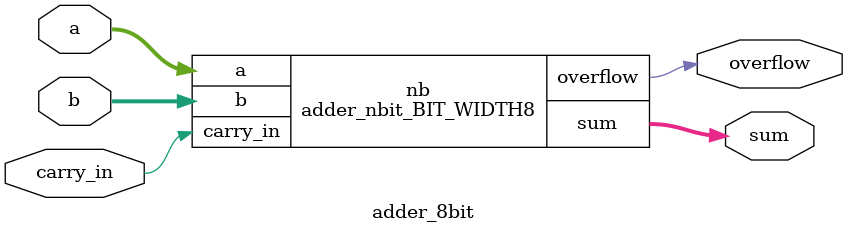
<source format=v>


module adder_1bit_7 ( a, b, carry_in, sum, carry_out );
  input a, b, carry_in;
  output sum, carry_out;
  wire   n1, n2;

  XOR2X1 U1 ( .A(carry_in), .B(n1), .Y(sum) );
  INVX1 U2 ( .A(n2), .Y(carry_out) );
  AOI22X1 U3 ( .A(b), .B(a), .C(n1), .D(carry_in), .Y(n2) );
  XOR2X1 U4 ( .A(a), .B(b), .Y(n1) );
endmodule


module adder_1bit_0 ( a, b, carry_in, sum, carry_out );
  input a, b, carry_in;
  output sum, carry_out;
  wire   n1, n2;

  XOR2X1 U1 ( .A(carry_in), .B(n1), .Y(sum) );
  INVX1 U2 ( .A(n2), .Y(carry_out) );
  AOI22X1 U3 ( .A(b), .B(a), .C(n1), .D(carry_in), .Y(n2) );
  XOR2X1 U4 ( .A(a), .B(b), .Y(n1) );
endmodule


module adder_1bit_1 ( a, b, carry_in, sum, carry_out );
  input a, b, carry_in;
  output sum, carry_out;
  wire   n1, n2;

  XOR2X1 U1 ( .A(carry_in), .B(n1), .Y(sum) );
  INVX1 U2 ( .A(n2), .Y(carry_out) );
  AOI22X1 U3 ( .A(b), .B(a), .C(n1), .D(carry_in), .Y(n2) );
  XOR2X1 U4 ( .A(a), .B(b), .Y(n1) );
endmodule


module adder_1bit_2 ( a, b, carry_in, sum, carry_out );
  input a, b, carry_in;
  output sum, carry_out;
  wire   n1, n2;

  XOR2X1 U1 ( .A(carry_in), .B(n1), .Y(sum) );
  INVX1 U2 ( .A(n2), .Y(carry_out) );
  AOI22X1 U3 ( .A(b), .B(a), .C(n1), .D(carry_in), .Y(n2) );
  XOR2X1 U4 ( .A(a), .B(b), .Y(n1) );
endmodule


module adder_1bit_3 ( a, b, carry_in, sum, carry_out );
  input a, b, carry_in;
  output sum, carry_out;
  wire   n1, n2;

  XOR2X1 U1 ( .A(carry_in), .B(n1), .Y(sum) );
  INVX1 U2 ( .A(n2), .Y(carry_out) );
  AOI22X1 U3 ( .A(b), .B(a), .C(n1), .D(carry_in), .Y(n2) );
  XOR2X1 U4 ( .A(a), .B(b), .Y(n1) );
endmodule


module adder_1bit_4 ( a, b, carry_in, sum, carry_out );
  input a, b, carry_in;
  output sum, carry_out;
  wire   n1, n2;

  XOR2X1 U1 ( .A(carry_in), .B(n1), .Y(sum) );
  INVX1 U2 ( .A(n2), .Y(carry_out) );
  AOI22X1 U3 ( .A(b), .B(a), .C(n1), .D(carry_in), .Y(n2) );
  XOR2X1 U4 ( .A(a), .B(b), .Y(n1) );
endmodule


module adder_1bit_5 ( a, b, carry_in, sum, carry_out );
  input a, b, carry_in;
  output sum, carry_out;
  wire   n1, n2;

  XOR2X1 U1 ( .A(carry_in), .B(n1), .Y(sum) );
  INVX1 U2 ( .A(n2), .Y(carry_out) );
  AOI22X1 U3 ( .A(b), .B(a), .C(n1), .D(carry_in), .Y(n2) );
  XOR2X1 U4 ( .A(a), .B(b), .Y(n1) );
endmodule


module adder_1bit_6 ( a, b, carry_in, sum, carry_out );
  input a, b, carry_in;
  output sum, carry_out;
  wire   n1, n2;

  XOR2X1 U1 ( .A(carry_in), .B(n1), .Y(sum) );
  INVX1 U2 ( .A(n2), .Y(carry_out) );
  AOI22X1 U3 ( .A(b), .B(a), .C(n1), .D(carry_in), .Y(n2) );
  XOR2X1 U4 ( .A(a), .B(b), .Y(n1) );
endmodule


module adder_nbit_BIT_WIDTH8 ( a, b, carry_in, sum, overflow );
  input [7:0] a;
  input [7:0] b;
  output [7:0] sum;
  input carry_in;
  output overflow;

  wire   [7:1] carrys;

  adder_1bit_7 \genblk1[0].IX  ( .a(a[0]), .b(b[0]), .carry_in(carry_in), 
        .sum(sum[0]), .carry_out(carrys[1]) );
  adder_1bit_6 \genblk1[1].IX  ( .a(a[1]), .b(b[1]), .carry_in(carrys[1]), 
        .sum(sum[1]), .carry_out(carrys[2]) );
  adder_1bit_5 \genblk1[2].IX  ( .a(a[2]), .b(b[2]), .carry_in(carrys[2]), 
        .sum(sum[2]), .carry_out(carrys[3]) );
  adder_1bit_4 \genblk1[3].IX  ( .a(a[3]), .b(b[3]), .carry_in(carrys[3]), 
        .sum(sum[3]), .carry_out(carrys[4]) );
  adder_1bit_3 \genblk1[4].IX  ( .a(a[4]), .b(b[4]), .carry_in(carrys[4]), 
        .sum(sum[4]), .carry_out(carrys[5]) );
  adder_1bit_2 \genblk1[5].IX  ( .a(a[5]), .b(b[5]), .carry_in(carrys[5]), 
        .sum(sum[5]), .carry_out(carrys[6]) );
  adder_1bit_1 \genblk1[6].IX  ( .a(a[6]), .b(b[6]), .carry_in(carrys[6]), 
        .sum(sum[6]), .carry_out(carrys[7]) );
  adder_1bit_0 \genblk1[7].IX  ( .a(a[7]), .b(b[7]), .carry_in(carrys[7]), 
        .sum(sum[7]), .carry_out(overflow) );
endmodule


module adder_8bit ( a, b, carry_in, sum, overflow );
  input [7:0] a;
  input [7:0] b;
  output [7:0] sum;
  input carry_in;
  output overflow;


  adder_nbit_BIT_WIDTH8 nb ( .a(a), .b(b), .carry_in(carry_in), .sum(sum), 
        .overflow(overflow) );
endmodule


</source>
